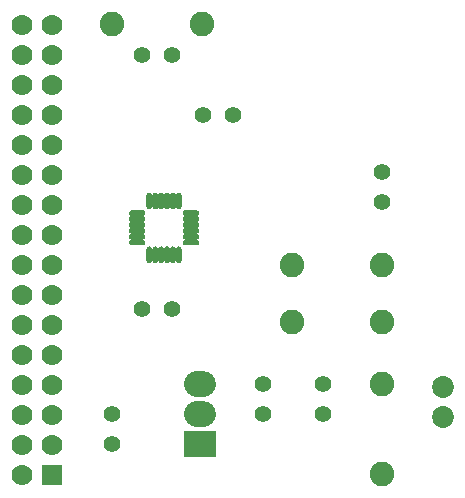
<source format=gts>
G04 Layer: TopSolderMaskLayer*
G04 EasyEDA v6.3.38, 2020-04-19T01:24:54+01:00*
G04 25926d0f09aa464bb59590b1fa944b2e,2ce125542fee449aab8aeb6989d11efb,10*
G04 Gerber Generator version 0.2*
G04 Scale: 100 percent, Rotated: No, Reflected: No *
G04 Dimensions in inches *
G04 leading zeros omitted , absolute positions ,2 integer and 4 decimal *
%FSLAX24Y24*%
%MOIN*%
G90*
G70D02*

%ADD24C,0.086740*%
%ADD25C,0.082000*%
%ADD26R,0.070000X0.070000*%
%ADD27C,0.070000*%
%ADD28C,0.073000*%
%ADD29C,0.055000*%

%LPD*%
G54D24*
G01X7101Y2750D02*
G01X7298Y2750D01*
G01X7101Y3750D02*
G01X7298Y3750D01*
G54D25*
G01X13250Y3750D03*
G01X13250Y750D03*
G01X10250Y5800D03*
G01X13250Y5800D03*
G01X4250Y15750D03*
G01X7250Y15750D03*
G01X10250Y7700D03*
G01X13250Y7700D03*
G54D26*
G01X2250Y700D03*
G54D27*
G01X1250Y700D03*
G01X2250Y1700D03*
G01X1250Y1700D03*
G01X2250Y2700D03*
G01X1250Y2700D03*
G01X2250Y3700D03*
G01X1250Y3700D03*
G01X2250Y4700D03*
G01X1250Y4700D03*
G01X2250Y5700D03*
G01X1250Y5700D03*
G01X2250Y6700D03*
G01X1250Y6700D03*
G01X2250Y7700D03*
G01X1250Y7700D03*
G01X2250Y8700D03*
G01X1250Y8700D03*
G01X2250Y9700D03*
G01X1250Y9700D03*
G01X2250Y10700D03*
G01X1250Y10700D03*
G01X2250Y11700D03*
G01X1250Y11700D03*
G01X2250Y12700D03*
G01X1250Y12700D03*
G01X2250Y13700D03*
G01X1250Y13700D03*
G01X2250Y14700D03*
G01X1250Y14700D03*
G01X2250Y15700D03*
G01X1250Y15700D03*
G54D28*
G01X15300Y2650D03*
G01X15300Y3650D03*
G36*
G01X5501Y9569D02*
G01X5490Y9569D01*
G01X5478Y9573D01*
G01X5467Y9578D01*
G01X5457Y9582D01*
G01X5446Y9590D01*
G01X5438Y9598D01*
G01X5430Y9607D01*
G01X5425Y9617D01*
G01X5419Y9628D01*
G01X5415Y9640D01*
G01X5413Y9651D01*
G01X5413Y10038D01*
G01X5415Y10050D01*
G01X5419Y10061D01*
G01X5425Y10071D01*
G01X5430Y10082D01*
G01X5438Y10090D01*
G01X5446Y10098D01*
G01X5457Y10105D01*
G01X5467Y10111D01*
G01X5478Y10117D01*
G01X5490Y10119D01*
G01X5501Y10121D01*
G01X5513Y10121D01*
G01X5526Y10119D01*
G01X5536Y10117D01*
G01X5548Y10111D01*
G01X5559Y10105D01*
G01X5567Y10098D01*
G01X5576Y10090D01*
G01X5584Y10082D01*
G01X5590Y10071D01*
G01X5596Y10061D01*
G01X5600Y10050D01*
G01X5601Y10038D01*
G01X5603Y10026D01*
G01X5603Y9663D01*
G01X5601Y9651D01*
G01X5600Y9640D01*
G01X5596Y9628D01*
G01X5590Y9617D01*
G01X5584Y9607D01*
G01X5576Y9598D01*
G01X5567Y9590D01*
G01X5559Y9582D01*
G01X5536Y9573D01*
G01X5526Y9569D01*
G01X5513Y9569D01*
G01X5501Y9569D01*
G37*
G36*
G01X5698Y9569D02*
G01X5686Y9569D01*
G01X5675Y9573D01*
G01X5663Y9578D01*
G01X5653Y9582D01*
G01X5644Y9590D01*
G01X5634Y9598D01*
G01X5628Y9607D01*
G01X5621Y9617D01*
G01X5615Y9628D01*
G01X5613Y9640D01*
G01X5609Y9651D01*
G01X5609Y10038D01*
G01X5613Y10050D01*
G01X5615Y10061D01*
G01X5621Y10071D01*
G01X5628Y10082D01*
G01X5634Y10090D01*
G01X5644Y10098D01*
G01X5653Y10105D01*
G01X5663Y10111D01*
G01X5675Y10117D01*
G01X5698Y10121D01*
G01X5711Y10121D01*
G01X5723Y10119D01*
G01X5734Y10117D01*
G01X5744Y10111D01*
G01X5755Y10105D01*
G01X5765Y10098D01*
G01X5773Y10090D01*
G01X5782Y10082D01*
G01X5788Y10071D01*
G01X5792Y10061D01*
G01X5796Y10050D01*
G01X5798Y10038D01*
G01X5800Y10026D01*
G01X5800Y9663D01*
G01X5798Y9651D01*
G01X5796Y9640D01*
G01X5792Y9628D01*
G01X5788Y9617D01*
G01X5782Y9607D01*
G01X5765Y9590D01*
G01X5755Y9582D01*
G01X5734Y9573D01*
G01X5723Y9569D01*
G01X5711Y9569D01*
G01X5698Y9569D01*
G37*
G36*
G01X5896Y9569D02*
G01X5884Y9569D01*
G01X5871Y9573D01*
G01X5861Y9578D01*
G01X5851Y9582D01*
G01X5840Y9590D01*
G01X5832Y9598D01*
G01X5825Y9607D01*
G01X5817Y9617D01*
G01X5813Y9628D01*
G01X5809Y9640D01*
G01X5807Y9651D01*
G01X5807Y10038D01*
G01X5809Y10050D01*
G01X5813Y10061D01*
G01X5817Y10071D01*
G01X5825Y10082D01*
G01X5832Y10090D01*
G01X5840Y10098D01*
G01X5851Y10105D01*
G01X5861Y10111D01*
G01X5871Y10117D01*
G01X5896Y10121D01*
G01X5907Y10121D01*
G01X5919Y10119D01*
G01X5930Y10117D01*
G01X5942Y10111D01*
G01X5953Y10105D01*
G01X5961Y10098D01*
G01X5971Y10090D01*
G01X5978Y10082D01*
G01X5984Y10071D01*
G01X5990Y10061D01*
G01X5994Y10050D01*
G01X5996Y10038D01*
G01X5996Y10026D01*
G01X5996Y9663D01*
G01X5996Y9651D01*
G01X5994Y9640D01*
G01X5990Y9628D01*
G01X5984Y9617D01*
G01X5978Y9607D01*
G01X5971Y9598D01*
G01X5961Y9590D01*
G01X5953Y9582D01*
G01X5930Y9573D01*
G01X5919Y9569D01*
G01X5907Y9569D01*
G01X5896Y9569D01*
G37*
G36*
G01X6092Y9569D02*
G01X6080Y9569D01*
G01X6069Y9573D01*
G01X6046Y9582D01*
G01X6038Y9590D01*
G01X6028Y9598D01*
G01X6021Y9607D01*
G01X6015Y9617D01*
G01X6009Y9628D01*
G01X6005Y9640D01*
G01X6003Y9651D01*
G01X6003Y9663D01*
G01X6003Y10026D01*
G01X6003Y10038D01*
G01X6005Y10050D01*
G01X6009Y10061D01*
G01X6015Y10071D01*
G01X6021Y10082D01*
G01X6028Y10090D01*
G01X6038Y10098D01*
G01X6046Y10105D01*
G01X6057Y10111D01*
G01X6069Y10117D01*
G01X6080Y10119D01*
G01X6092Y10121D01*
G01X6103Y10121D01*
G01X6128Y10117D01*
G01X6138Y10111D01*
G01X6148Y10105D01*
G01X6159Y10098D01*
G01X6167Y10090D01*
G01X6175Y10082D01*
G01X6182Y10071D01*
G01X6186Y10061D01*
G01X6190Y10050D01*
G01X6192Y10038D01*
G01X6194Y10026D01*
G01X6194Y9663D01*
G01X6192Y9651D01*
G01X6190Y9640D01*
G01X6186Y9628D01*
G01X6182Y9617D01*
G01X6175Y9607D01*
G01X6167Y9598D01*
G01X6159Y9590D01*
G01X6148Y9582D01*
G01X6138Y9578D01*
G01X6128Y9573D01*
G01X6115Y9569D01*
G01X6103Y9569D01*
G01X6092Y9569D01*
G37*
G36*
G01X6288Y9569D02*
G01X6276Y9569D01*
G01X6265Y9573D01*
G01X6244Y9582D01*
G01X6234Y9590D01*
G01X6217Y9607D01*
G01X6211Y9617D01*
G01X6207Y9628D01*
G01X6203Y9640D01*
G01X6201Y9651D01*
G01X6200Y9663D01*
G01X6200Y10026D01*
G01X6201Y10038D01*
G01X6203Y10050D01*
G01X6207Y10061D01*
G01X6211Y10071D01*
G01X6217Y10082D01*
G01X6226Y10090D01*
G01X6234Y10098D01*
G01X6244Y10105D01*
G01X6255Y10111D01*
G01X6265Y10117D01*
G01X6276Y10119D01*
G01X6288Y10121D01*
G01X6301Y10121D01*
G01X6325Y10117D01*
G01X6336Y10111D01*
G01X6346Y10105D01*
G01X6355Y10098D01*
G01X6365Y10090D01*
G01X6371Y10082D01*
G01X6378Y10071D01*
G01X6384Y10061D01*
G01X6386Y10050D01*
G01X6390Y10038D01*
G01X6390Y9651D01*
G01X6386Y9640D01*
G01X6384Y9628D01*
G01X6378Y9617D01*
G01X6371Y9607D01*
G01X6365Y9598D01*
G01X6355Y9590D01*
G01X6346Y9582D01*
G01X6336Y9578D01*
G01X6325Y9573D01*
G01X6313Y9569D01*
G01X6301Y9569D01*
G01X6288Y9569D01*
G37*
G36*
G01X6486Y9569D02*
G01X6473Y9569D01*
G01X6463Y9573D01*
G01X6440Y9582D01*
G01X6432Y9590D01*
G01X6423Y9598D01*
G01X6415Y9607D01*
G01X6409Y9617D01*
G01X6403Y9628D01*
G01X6400Y9640D01*
G01X6398Y9651D01*
G01X6396Y9663D01*
G01X6396Y10026D01*
G01X6398Y10038D01*
G01X6400Y10050D01*
G01X6403Y10061D01*
G01X6409Y10071D01*
G01X6415Y10082D01*
G01X6423Y10090D01*
G01X6432Y10098D01*
G01X6440Y10105D01*
G01X6451Y10111D01*
G01X6463Y10117D01*
G01X6473Y10119D01*
G01X6486Y10121D01*
G01X6498Y10121D01*
G01X6509Y10119D01*
G01X6521Y10117D01*
G01X6532Y10111D01*
G01X6542Y10105D01*
G01X6553Y10098D01*
G01X6561Y10090D01*
G01X6569Y10082D01*
G01X6575Y10071D01*
G01X6580Y10061D01*
G01X6584Y10050D01*
G01X6586Y10038D01*
G01X6586Y9651D01*
G01X6584Y9640D01*
G01X6580Y9628D01*
G01X6575Y9617D01*
G01X6569Y9607D01*
G01X6561Y9598D01*
G01X6553Y9590D01*
G01X6542Y9582D01*
G01X6532Y9578D01*
G01X6521Y9573D01*
G01X6509Y9569D01*
G01X6498Y9569D01*
G01X6486Y9569D01*
G37*
G36*
G01X6713Y9346D02*
G01X6701Y9348D01*
G01X6690Y9350D01*
G01X6678Y9353D01*
G01X6667Y9359D01*
G01X6657Y9365D01*
G01X6648Y9373D01*
G01X6640Y9382D01*
G01X6632Y9390D01*
G01X6623Y9413D01*
G01X6619Y9423D01*
G01X6619Y9436D01*
G01X6619Y9448D01*
G01X6619Y9459D01*
G01X6623Y9471D01*
G01X6628Y9482D01*
G01X6632Y9492D01*
G01X6640Y9503D01*
G01X6648Y9511D01*
G01X6657Y9519D01*
G01X6667Y9525D01*
G01X6678Y9530D01*
G01X6690Y9534D01*
G01X6701Y9536D01*
G01X7088Y9536D01*
G01X7100Y9534D01*
G01X7111Y9530D01*
G01X7121Y9525D01*
G01X7132Y9519D01*
G01X7140Y9511D01*
G01X7148Y9503D01*
G01X7155Y9492D01*
G01X7161Y9482D01*
G01X7167Y9471D01*
G01X7169Y9459D01*
G01X7171Y9448D01*
G01X7171Y9436D01*
G01X7169Y9423D01*
G01X7167Y9413D01*
G01X7161Y9401D01*
G01X7155Y9390D01*
G01X7148Y9382D01*
G01X7140Y9373D01*
G01X7132Y9365D01*
G01X7121Y9359D01*
G01X7111Y9353D01*
G01X7100Y9350D01*
G01X7088Y9348D01*
G01X7076Y9346D01*
G01X6713Y9346D01*
G37*
G36*
G01X6713Y9150D02*
G01X6701Y9151D01*
G01X6690Y9153D01*
G01X6678Y9157D01*
G01X6667Y9161D01*
G01X6657Y9167D01*
G01X6640Y9184D01*
G01X6632Y9194D01*
G01X6623Y9215D01*
G01X6619Y9226D01*
G01X6619Y9238D01*
G01X6619Y9251D01*
G01X6619Y9263D01*
G01X6623Y9275D01*
G01X6628Y9286D01*
G01X6632Y9296D01*
G01X6640Y9305D01*
G01X6648Y9315D01*
G01X6657Y9321D01*
G01X6667Y9328D01*
G01X6678Y9334D01*
G01X6690Y9336D01*
G01X6701Y9340D01*
G01X7088Y9340D01*
G01X7100Y9336D01*
G01X7111Y9334D01*
G01X7121Y9328D01*
G01X7132Y9321D01*
G01X7140Y9315D01*
G01X7148Y9305D01*
G01X7155Y9296D01*
G01X7161Y9286D01*
G01X7167Y9275D01*
G01X7171Y9251D01*
G01X7171Y9238D01*
G01X7169Y9226D01*
G01X7167Y9215D01*
G01X7161Y9205D01*
G01X7155Y9194D01*
G01X7148Y9184D01*
G01X7140Y9176D01*
G01X7132Y9167D01*
G01X7121Y9161D01*
G01X7111Y9157D01*
G01X7100Y9153D01*
G01X7088Y9151D01*
G01X7076Y9150D01*
G01X6713Y9150D01*
G37*
G36*
G01X6713Y8953D02*
G01X6701Y8953D01*
G01X6690Y8955D01*
G01X6678Y8959D01*
G01X6667Y8965D01*
G01X6657Y8971D01*
G01X6648Y8978D01*
G01X6640Y8988D01*
G01X6632Y8996D01*
G01X6623Y9019D01*
G01X6619Y9030D01*
G01X6619Y9042D01*
G01X6619Y9053D01*
G01X6619Y9065D01*
G01X6623Y9078D01*
G01X6628Y9088D01*
G01X6632Y9098D01*
G01X6640Y9109D01*
G01X6648Y9117D01*
G01X6657Y9125D01*
G01X6667Y9132D01*
G01X6678Y9136D01*
G01X6690Y9140D01*
G01X6701Y9142D01*
G01X7088Y9142D01*
G01X7100Y9140D01*
G01X7111Y9136D01*
G01X7121Y9132D01*
G01X7132Y9125D01*
G01X7140Y9117D01*
G01X7148Y9109D01*
G01X7155Y9098D01*
G01X7161Y9088D01*
G01X7167Y9078D01*
G01X7171Y9053D01*
G01X7171Y9042D01*
G01X7169Y9030D01*
G01X7167Y9019D01*
G01X7161Y9007D01*
G01X7155Y8996D01*
G01X7148Y8988D01*
G01X7140Y8978D01*
G01X7132Y8971D01*
G01X7121Y8965D01*
G01X7111Y8959D01*
G01X7100Y8955D01*
G01X7088Y8953D01*
G01X7076Y8953D01*
G01X6713Y8953D01*
G37*
G36*
G01X6713Y8755D02*
G01X6701Y8757D01*
G01X6690Y8759D01*
G01X6678Y8763D01*
G01X6667Y8767D01*
G01X6657Y8775D01*
G01X6648Y8782D01*
G01X6640Y8790D01*
G01X6632Y8801D01*
G01X6628Y8811D01*
G01X6623Y8821D01*
G01X6619Y8834D01*
G01X6619Y8846D01*
G01X6619Y8857D01*
G01X6619Y8869D01*
G01X6623Y8880D01*
G01X6632Y8903D01*
G01X6640Y8911D01*
G01X6648Y8921D01*
G01X6657Y8928D01*
G01X6667Y8934D01*
G01X6678Y8940D01*
G01X6690Y8944D01*
G01X6701Y8946D01*
G01X6713Y8946D01*
G01X7076Y8946D01*
G01X7088Y8946D01*
G01X7100Y8944D01*
G01X7111Y8940D01*
G01X7121Y8934D01*
G01X7132Y8928D01*
G01X7140Y8921D01*
G01X7148Y8911D01*
G01X7155Y8903D01*
G01X7161Y8892D01*
G01X7167Y8880D01*
G01X7169Y8869D01*
G01X7171Y8857D01*
G01X7171Y8846D01*
G01X7167Y8821D01*
G01X7161Y8811D01*
G01X7155Y8801D01*
G01X7148Y8790D01*
G01X7140Y8782D01*
G01X7132Y8775D01*
G01X7121Y8767D01*
G01X7111Y8763D01*
G01X7100Y8759D01*
G01X7088Y8757D01*
G01X7076Y8755D01*
G01X6713Y8755D01*
G37*
G36*
G01X6701Y8559D02*
G01X6690Y8563D01*
G01X6678Y8565D01*
G01X6667Y8571D01*
G01X6657Y8578D01*
G01X6648Y8584D01*
G01X6640Y8594D01*
G01X6632Y8603D01*
G01X6628Y8613D01*
G01X6623Y8625D01*
G01X6619Y8636D01*
G01X6619Y8648D01*
G01X6619Y8661D01*
G01X6619Y8673D01*
G01X6623Y8684D01*
G01X6632Y8705D01*
G01X6640Y8715D01*
G01X6657Y8732D01*
G01X6667Y8738D01*
G01X6678Y8742D01*
G01X6690Y8746D01*
G01X6701Y8748D01*
G01X6713Y8750D01*
G01X7076Y8750D01*
G01X7088Y8748D01*
G01X7100Y8746D01*
G01X7111Y8742D01*
G01X7121Y8738D01*
G01X7132Y8732D01*
G01X7140Y8723D01*
G01X7148Y8715D01*
G01X7155Y8705D01*
G01X7161Y8694D01*
G01X7167Y8684D01*
G01X7169Y8673D01*
G01X7171Y8661D01*
G01X7171Y8648D01*
G01X7167Y8625D01*
G01X7161Y8613D01*
G01X7155Y8603D01*
G01X7148Y8594D01*
G01X7140Y8584D01*
G01X7132Y8578D01*
G01X7121Y8571D01*
G01X7111Y8565D01*
G01X7100Y8563D01*
G01X7088Y8559D01*
G01X6701Y8559D01*
G37*
G36*
G01X6701Y8363D02*
G01X6690Y8365D01*
G01X6678Y8369D01*
G01X6667Y8375D01*
G01X6657Y8380D01*
G01X6648Y8388D01*
G01X6640Y8396D01*
G01X6632Y8407D01*
G01X6628Y8417D01*
G01X6623Y8428D01*
G01X6619Y8440D01*
G01X6619Y8451D01*
G01X6619Y8463D01*
G01X6619Y8476D01*
G01X6623Y8486D01*
G01X6632Y8509D01*
G01X6640Y8517D01*
G01X6648Y8526D01*
G01X6657Y8534D01*
G01X6667Y8540D01*
G01X6678Y8546D01*
G01X6690Y8550D01*
G01X6701Y8551D01*
G01X6713Y8553D01*
G01X7076Y8553D01*
G01X7088Y8551D01*
G01X7100Y8550D01*
G01X7111Y8546D01*
G01X7121Y8540D01*
G01X7132Y8534D01*
G01X7140Y8526D01*
G01X7148Y8517D01*
G01X7155Y8509D01*
G01X7161Y8498D01*
G01X7167Y8486D01*
G01X7169Y8476D01*
G01X7171Y8463D01*
G01X7171Y8451D01*
G01X7169Y8440D01*
G01X7167Y8428D01*
G01X7161Y8417D01*
G01X7155Y8407D01*
G01X7148Y8396D01*
G01X7140Y8388D01*
G01X7132Y8380D01*
G01X7121Y8375D01*
G01X7111Y8369D01*
G01X7100Y8365D01*
G01X7088Y8363D01*
G01X6701Y8363D01*
G37*
G36*
G01X6486Y7778D02*
G01X6473Y7780D01*
G01X6463Y7782D01*
G01X6451Y7788D01*
G01X6440Y7794D01*
G01X6432Y7801D01*
G01X6423Y7809D01*
G01X6415Y7817D01*
G01X6409Y7828D01*
G01X6403Y7838D01*
G01X6400Y7850D01*
G01X6398Y7861D01*
G01X6396Y7873D01*
G01X6396Y8236D01*
G01X6398Y8248D01*
G01X6400Y8259D01*
G01X6403Y8271D01*
G01X6409Y8282D01*
G01X6415Y8292D01*
G01X6423Y8301D01*
G01X6432Y8309D01*
G01X6440Y8317D01*
G01X6463Y8326D01*
G01X6473Y8330D01*
G01X6486Y8330D01*
G01X6498Y8330D01*
G01X6509Y8330D01*
G01X6521Y8326D01*
G01X6532Y8321D01*
G01X6542Y8317D01*
G01X6553Y8309D01*
G01X6561Y8301D01*
G01X6569Y8292D01*
G01X6575Y8282D01*
G01X6580Y8271D01*
G01X6584Y8259D01*
G01X6586Y8248D01*
G01X6586Y7861D01*
G01X6584Y7850D01*
G01X6580Y7838D01*
G01X6575Y7828D01*
G01X6569Y7817D01*
G01X6561Y7809D01*
G01X6553Y7801D01*
G01X6542Y7794D01*
G01X6532Y7788D01*
G01X6521Y7782D01*
G01X6509Y7780D01*
G01X6498Y7778D01*
G01X6486Y7778D01*
G37*
G36*
G01X6288Y7778D02*
G01X6276Y7780D01*
G01X6265Y7782D01*
G01X6255Y7788D01*
G01X6244Y7794D01*
G01X6234Y7801D01*
G01X6226Y7809D01*
G01X6217Y7817D01*
G01X6211Y7828D01*
G01X6207Y7838D01*
G01X6203Y7850D01*
G01X6201Y7861D01*
G01X6200Y7873D01*
G01X6200Y8236D01*
G01X6201Y8248D01*
G01X6203Y8259D01*
G01X6207Y8271D01*
G01X6211Y8282D01*
G01X6217Y8292D01*
G01X6234Y8309D01*
G01X6244Y8317D01*
G01X6265Y8326D01*
G01X6276Y8330D01*
G01X6288Y8330D01*
G01X6301Y8330D01*
G01X6313Y8330D01*
G01X6325Y8326D01*
G01X6336Y8321D01*
G01X6346Y8317D01*
G01X6355Y8309D01*
G01X6365Y8301D01*
G01X6371Y8292D01*
G01X6378Y8282D01*
G01X6384Y8271D01*
G01X6386Y8259D01*
G01X6390Y8248D01*
G01X6390Y7861D01*
G01X6386Y7850D01*
G01X6384Y7838D01*
G01X6378Y7828D01*
G01X6371Y7817D01*
G01X6365Y7809D01*
G01X6355Y7801D01*
G01X6346Y7794D01*
G01X6336Y7788D01*
G01X6325Y7782D01*
G01X6301Y7778D01*
G01X6288Y7778D01*
G37*
G36*
G01X6092Y7778D02*
G01X6080Y7780D01*
G01X6069Y7782D01*
G01X6057Y7788D01*
G01X6046Y7794D01*
G01X6038Y7801D01*
G01X6028Y7809D01*
G01X6021Y7817D01*
G01X6015Y7828D01*
G01X6009Y7838D01*
G01X6005Y7850D01*
G01X6003Y7861D01*
G01X6003Y7873D01*
G01X6003Y8236D01*
G01X6003Y8248D01*
G01X6005Y8259D01*
G01X6009Y8271D01*
G01X6015Y8282D01*
G01X6021Y8292D01*
G01X6028Y8301D01*
G01X6038Y8309D01*
G01X6046Y8317D01*
G01X6069Y8326D01*
G01X6080Y8330D01*
G01X6092Y8330D01*
G01X6103Y8330D01*
G01X6115Y8330D01*
G01X6128Y8326D01*
G01X6138Y8321D01*
G01X6148Y8317D01*
G01X6159Y8309D01*
G01X6167Y8301D01*
G01X6175Y8292D01*
G01X6182Y8282D01*
G01X6186Y8271D01*
G01X6190Y8259D01*
G01X6192Y8248D01*
G01X6194Y8236D01*
G01X6194Y7873D01*
G01X6192Y7861D01*
G01X6190Y7850D01*
G01X6186Y7838D01*
G01X6182Y7828D01*
G01X6175Y7817D01*
G01X6167Y7809D01*
G01X6159Y7801D01*
G01X6148Y7794D01*
G01X6138Y7788D01*
G01X6128Y7782D01*
G01X6103Y7778D01*
G01X6092Y7778D01*
G37*
G36*
G01X5896Y7778D02*
G01X5871Y7782D01*
G01X5861Y7788D01*
G01X5851Y7794D01*
G01X5840Y7801D01*
G01X5832Y7809D01*
G01X5825Y7817D01*
G01X5817Y7828D01*
G01X5813Y7838D01*
G01X5809Y7850D01*
G01X5807Y7861D01*
G01X5807Y8248D01*
G01X5809Y8259D01*
G01X5813Y8271D01*
G01X5817Y8282D01*
G01X5825Y8292D01*
G01X5832Y8301D01*
G01X5840Y8309D01*
G01X5851Y8317D01*
G01X5861Y8321D01*
G01X5871Y8326D01*
G01X5884Y8330D01*
G01X5896Y8330D01*
G01X5907Y8330D01*
G01X5919Y8330D01*
G01X5930Y8326D01*
G01X5953Y8317D01*
G01X5961Y8309D01*
G01X5971Y8301D01*
G01X5978Y8292D01*
G01X5984Y8282D01*
G01X5990Y8271D01*
G01X5994Y8259D01*
G01X5996Y8248D01*
G01X5996Y8236D01*
G01X5996Y7873D01*
G01X5996Y7861D01*
G01X5994Y7850D01*
G01X5990Y7838D01*
G01X5984Y7828D01*
G01X5978Y7817D01*
G01X5971Y7809D01*
G01X5961Y7801D01*
G01X5953Y7794D01*
G01X5942Y7788D01*
G01X5930Y7782D01*
G01X5919Y7780D01*
G01X5907Y7778D01*
G01X5896Y7778D01*
G37*
G36*
G01X5698Y7778D02*
G01X5675Y7782D01*
G01X5663Y7788D01*
G01X5653Y7794D01*
G01X5644Y7801D01*
G01X5634Y7809D01*
G01X5628Y7817D01*
G01X5621Y7828D01*
G01X5615Y7838D01*
G01X5613Y7850D01*
G01X5609Y7861D01*
G01X5609Y8248D01*
G01X5613Y8259D01*
G01X5615Y8271D01*
G01X5621Y8282D01*
G01X5628Y8292D01*
G01X5634Y8301D01*
G01X5644Y8309D01*
G01X5653Y8317D01*
G01X5663Y8321D01*
G01X5675Y8326D01*
G01X5686Y8330D01*
G01X5698Y8330D01*
G01X5711Y8330D01*
G01X5723Y8330D01*
G01X5734Y8326D01*
G01X5755Y8317D01*
G01X5765Y8309D01*
G01X5782Y8292D01*
G01X5788Y8282D01*
G01X5792Y8271D01*
G01X5796Y8259D01*
G01X5798Y8248D01*
G01X5800Y8236D01*
G01X5800Y7873D01*
G01X5798Y7861D01*
G01X5796Y7850D01*
G01X5792Y7838D01*
G01X5788Y7828D01*
G01X5782Y7817D01*
G01X5773Y7809D01*
G01X5765Y7801D01*
G01X5755Y7794D01*
G01X5744Y7788D01*
G01X5734Y7782D01*
G01X5723Y7780D01*
G01X5711Y7778D01*
G01X5698Y7778D01*
G37*
G36*
G01X5501Y7778D02*
G01X5490Y7780D01*
G01X5478Y7782D01*
G01X5467Y7788D01*
G01X5457Y7794D01*
G01X5446Y7801D01*
G01X5438Y7809D01*
G01X5430Y7817D01*
G01X5425Y7828D01*
G01X5419Y7838D01*
G01X5415Y7850D01*
G01X5413Y7861D01*
G01X5413Y8248D01*
G01X5415Y8259D01*
G01X5419Y8271D01*
G01X5425Y8282D01*
G01X5430Y8292D01*
G01X5438Y8301D01*
G01X5446Y8309D01*
G01X5457Y8317D01*
G01X5467Y8321D01*
G01X5478Y8326D01*
G01X5490Y8330D01*
G01X5501Y8330D01*
G01X5513Y8330D01*
G01X5526Y8330D01*
G01X5536Y8326D01*
G01X5559Y8317D01*
G01X5567Y8309D01*
G01X5576Y8301D01*
G01X5584Y8292D01*
G01X5590Y8282D01*
G01X5596Y8271D01*
G01X5600Y8259D01*
G01X5601Y8248D01*
G01X5603Y8236D01*
G01X5603Y7873D01*
G01X5601Y7861D01*
G01X5600Y7850D01*
G01X5596Y7838D01*
G01X5590Y7828D01*
G01X5584Y7817D01*
G01X5576Y7809D01*
G01X5567Y7801D01*
G01X5559Y7794D01*
G01X5548Y7788D01*
G01X5536Y7782D01*
G01X5526Y7780D01*
G01X5513Y7778D01*
G01X5501Y7778D01*
G37*
G36*
G01X4911Y8363D02*
G01X4900Y8365D01*
G01X4888Y8369D01*
G01X4878Y8375D01*
G01X4867Y8380D01*
G01X4859Y8388D01*
G01X4851Y8396D01*
G01X4844Y8407D01*
G01X4838Y8417D01*
G01X4832Y8428D01*
G01X4830Y8440D01*
G01X4828Y8451D01*
G01X4828Y8463D01*
G01X4830Y8476D01*
G01X4832Y8486D01*
G01X4838Y8498D01*
G01X4844Y8509D01*
G01X4851Y8517D01*
G01X4859Y8526D01*
G01X4867Y8534D01*
G01X4878Y8540D01*
G01X4888Y8546D01*
G01X4900Y8550D01*
G01X4911Y8551D01*
G01X4923Y8553D01*
G01X5286Y8553D01*
G01X5298Y8551D01*
G01X5309Y8550D01*
G01X5321Y8546D01*
G01X5332Y8540D01*
G01X5342Y8534D01*
G01X5351Y8526D01*
G01X5359Y8517D01*
G01X5367Y8509D01*
G01X5376Y8486D01*
G01X5380Y8476D01*
G01X5380Y8463D01*
G01X5380Y8451D01*
G01X5380Y8440D01*
G01X5376Y8428D01*
G01X5371Y8417D01*
G01X5367Y8407D01*
G01X5359Y8396D01*
G01X5351Y8388D01*
G01X5342Y8380D01*
G01X5332Y8375D01*
G01X5321Y8369D01*
G01X5309Y8365D01*
G01X5298Y8363D01*
G01X4911Y8363D01*
G37*
G36*
G01X4911Y8559D02*
G01X4900Y8563D01*
G01X4888Y8565D01*
G01X4878Y8571D01*
G01X4867Y8578D01*
G01X4859Y8584D01*
G01X4851Y8594D01*
G01X4844Y8603D01*
G01X4838Y8613D01*
G01X4832Y8625D01*
G01X4828Y8648D01*
G01X4828Y8661D01*
G01X4830Y8673D01*
G01X4832Y8684D01*
G01X4838Y8694D01*
G01X4844Y8705D01*
G01X4851Y8715D01*
G01X4859Y8723D01*
G01X4867Y8732D01*
G01X4878Y8738D01*
G01X4888Y8742D01*
G01X4900Y8746D01*
G01X4911Y8748D01*
G01X4923Y8750D01*
G01X5286Y8750D01*
G01X5298Y8748D01*
G01X5309Y8746D01*
G01X5321Y8742D01*
G01X5332Y8738D01*
G01X5342Y8732D01*
G01X5359Y8715D01*
G01X5367Y8705D01*
G01X5376Y8684D01*
G01X5380Y8673D01*
G01X5380Y8661D01*
G01X5380Y8648D01*
G01X5380Y8636D01*
G01X5376Y8625D01*
G01X5371Y8613D01*
G01X5367Y8603D01*
G01X5359Y8594D01*
G01X5351Y8584D01*
G01X5342Y8578D01*
G01X5332Y8571D01*
G01X5321Y8565D01*
G01X5309Y8563D01*
G01X5298Y8559D01*
G01X4911Y8559D01*
G37*
G36*
G01X4923Y8755D02*
G01X4911Y8757D01*
G01X4900Y8759D01*
G01X4888Y8763D01*
G01X4878Y8767D01*
G01X4867Y8775D01*
G01X4859Y8782D01*
G01X4851Y8790D01*
G01X4844Y8801D01*
G01X4838Y8811D01*
G01X4832Y8821D01*
G01X4828Y8846D01*
G01X4828Y8857D01*
G01X4830Y8869D01*
G01X4832Y8880D01*
G01X4838Y8892D01*
G01X4844Y8903D01*
G01X4851Y8911D01*
G01X4859Y8921D01*
G01X4867Y8928D01*
G01X4878Y8934D01*
G01X4888Y8940D01*
G01X4900Y8944D01*
G01X4911Y8946D01*
G01X4923Y8946D01*
G01X5286Y8946D01*
G01X5298Y8946D01*
G01X5309Y8944D01*
G01X5321Y8940D01*
G01X5332Y8934D01*
G01X5342Y8928D01*
G01X5351Y8921D01*
G01X5359Y8911D01*
G01X5367Y8903D01*
G01X5376Y8880D01*
G01X5380Y8869D01*
G01X5380Y8857D01*
G01X5380Y8846D01*
G01X5380Y8834D01*
G01X5376Y8821D01*
G01X5371Y8811D01*
G01X5367Y8801D01*
G01X5359Y8790D01*
G01X5351Y8782D01*
G01X5342Y8775D01*
G01X5332Y8767D01*
G01X5321Y8763D01*
G01X5309Y8759D01*
G01X5298Y8757D01*
G01X5286Y8755D01*
G01X4923Y8755D01*
G37*
G36*
G01X4923Y8953D02*
G01X4911Y8953D01*
G01X4900Y8955D01*
G01X4888Y8959D01*
G01X4878Y8965D01*
G01X4867Y8971D01*
G01X4859Y8978D01*
G01X4851Y8988D01*
G01X4844Y8996D01*
G01X4838Y9007D01*
G01X4832Y9019D01*
G01X4830Y9030D01*
G01X4828Y9042D01*
G01X4828Y9053D01*
G01X4832Y9078D01*
G01X4838Y9088D01*
G01X4844Y9098D01*
G01X4851Y9109D01*
G01X4859Y9117D01*
G01X4867Y9125D01*
G01X4878Y9132D01*
G01X4888Y9136D01*
G01X4900Y9140D01*
G01X4911Y9142D01*
G01X5298Y9142D01*
G01X5309Y9140D01*
G01X5321Y9136D01*
G01X5332Y9132D01*
G01X5342Y9125D01*
G01X5351Y9117D01*
G01X5359Y9109D01*
G01X5367Y9098D01*
G01X5371Y9088D01*
G01X5376Y9078D01*
G01X5380Y9065D01*
G01X5380Y9053D01*
G01X5380Y9042D01*
G01X5380Y9030D01*
G01X5376Y9019D01*
G01X5367Y8996D01*
G01X5359Y8988D01*
G01X5351Y8978D01*
G01X5342Y8971D01*
G01X5332Y8965D01*
G01X5321Y8959D01*
G01X5309Y8955D01*
G01X5298Y8953D01*
G01X5286Y8953D01*
G01X4923Y8953D01*
G37*
G36*
G01X4923Y9150D02*
G01X4911Y9151D01*
G01X4900Y9153D01*
G01X4888Y9157D01*
G01X4878Y9161D01*
G01X4867Y9167D01*
G01X4859Y9176D01*
G01X4851Y9184D01*
G01X4844Y9194D01*
G01X4838Y9205D01*
G01X4832Y9215D01*
G01X4830Y9226D01*
G01X4828Y9238D01*
G01X4828Y9251D01*
G01X4832Y9275D01*
G01X4838Y9286D01*
G01X4844Y9296D01*
G01X4851Y9305D01*
G01X4859Y9315D01*
G01X4867Y9321D01*
G01X4878Y9328D01*
G01X4888Y9334D01*
G01X4900Y9336D01*
G01X4911Y9340D01*
G01X5298Y9340D01*
G01X5309Y9336D01*
G01X5321Y9334D01*
G01X5332Y9328D01*
G01X5342Y9321D01*
G01X5351Y9315D01*
G01X5359Y9305D01*
G01X5367Y9296D01*
G01X5371Y9286D01*
G01X5376Y9275D01*
G01X5380Y9263D01*
G01X5380Y9251D01*
G01X5380Y9238D01*
G01X5380Y9226D01*
G01X5376Y9215D01*
G01X5367Y9194D01*
G01X5359Y9184D01*
G01X5342Y9167D01*
G01X5332Y9161D01*
G01X5321Y9157D01*
G01X5309Y9153D01*
G01X5298Y9151D01*
G01X5286Y9150D01*
G01X4923Y9150D01*
G37*
G36*
G01X4923Y9346D02*
G01X4911Y9348D01*
G01X4900Y9350D01*
G01X4888Y9353D01*
G01X4878Y9359D01*
G01X4867Y9365D01*
G01X4859Y9373D01*
G01X4851Y9382D01*
G01X4844Y9390D01*
G01X4838Y9401D01*
G01X4832Y9413D01*
G01X4830Y9423D01*
G01X4828Y9436D01*
G01X4828Y9448D01*
G01X4830Y9459D01*
G01X4832Y9471D01*
G01X4838Y9482D01*
G01X4844Y9492D01*
G01X4851Y9503D01*
G01X4859Y9511D01*
G01X4867Y9519D01*
G01X4878Y9525D01*
G01X4888Y9530D01*
G01X4900Y9534D01*
G01X4911Y9536D01*
G01X5298Y9536D01*
G01X5309Y9534D01*
G01X5321Y9530D01*
G01X5332Y9525D01*
G01X5342Y9519D01*
G01X5351Y9511D01*
G01X5359Y9503D01*
G01X5367Y9492D01*
G01X5371Y9482D01*
G01X5376Y9471D01*
G01X5380Y9459D01*
G01X5380Y9448D01*
G01X5380Y9436D01*
G01X5380Y9423D01*
G01X5376Y9413D01*
G01X5367Y9390D01*
G01X5359Y9382D01*
G01X5351Y9373D01*
G01X5342Y9365D01*
G01X5332Y9359D01*
G01X5321Y9353D01*
G01X5309Y9350D01*
G01X5298Y9348D01*
G01X5286Y9346D01*
G01X4923Y9346D01*
G37*
G54D29*
G01X4250Y2750D03*
G01X4250Y1750D03*
G01X9300Y2750D03*
G01X9300Y3750D03*
G01X11300Y2750D03*
G01X11300Y3750D03*
G01X6250Y6250D03*
G01X5250Y6250D03*
G01X13250Y10800D03*
G01X13250Y9800D03*
G01X7300Y12700D03*
G01X8300Y12700D03*
G01X5250Y14700D03*
G01X6250Y14700D03*
G36*
G01X6667Y1315D02*
G01X6667Y2184D01*
G01X7732Y2184D01*
G01X7732Y1315D01*
G01X6667Y1315D01*
G37*
M00*
M02*

</source>
